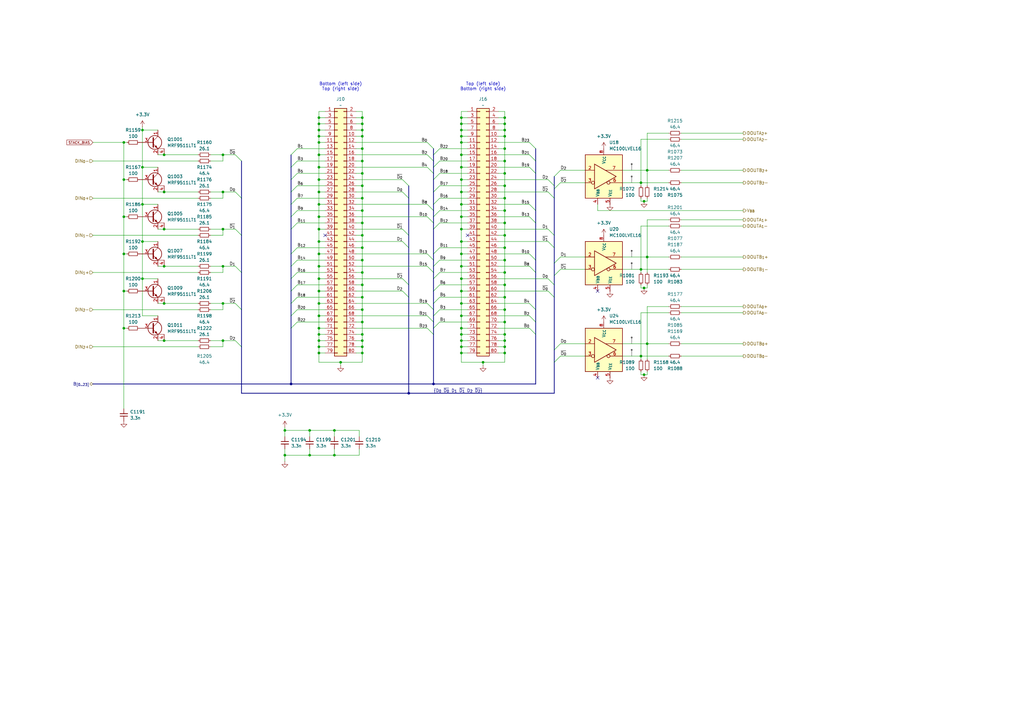
<source format=kicad_sch>
(kicad_sch (version 20231120) (generator "eeschema") (generator_version "8.0")
  (paper "A3")
  (junction (at 91.44 63.5))
  (junction (at 207.01 142.24))
  (junction (at 116.84 176.53))
  (junction (at 148.59 48.26))
  (junction (at 67.31 139.7))
  (junction (at 207.01 137.16))
  (junction (at 130.81 109.22))
  (junction (at 130.81 93.98))
  (junction (at 50.8 119.38))
  (junction (at 207.01 86.36))
  (junction (at 91.44 109.22))
  (junction (at 130.81 55.88))
  (junction (at 50.8 88.9))
  (junction (at 207.01 53.34))
  (junction (at 207.01 91.44))
  (junction (at 130.81 50.8))
  (junction (at 207.01 48.26))
  (junction (at 189.23 48.26))
  (junction (at 130.81 129.54))
  (junction (at 130.81 63.5))
  (junction (at 130.81 48.26))
  (junction (at 91.44 93.98))
  (junction (at 58.42 83.82))
  (junction (at 189.23 99.06))
  (junction (at 130.81 139.7))
  (junction (at 207.01 50.8))
  (junction (at 148.59 111.76))
  (junction (at 137.16 186.69))
  (junction (at 148.59 66.04))
  (junction (at 130.81 134.62))
  (junction (at 130.81 58.42))
  (junction (at 148.59 81.28))
  (junction (at 265.43 140.97))
  (junction (at 130.81 144.78))
  (junction (at 167.64 161.29))
  (junction (at 67.31 109.22))
  (junction (at 148.59 86.36))
  (junction (at 58.42 68.58))
  (junction (at 148.59 50.8))
  (junction (at 67.31 63.5))
  (junction (at 207.01 76.2))
  (junction (at 50.8 134.62))
  (junction (at 207.01 111.76))
  (junction (at 264.16 153.67))
  (junction (at 130.81 104.14))
  (junction (at 207.01 81.28))
  (junction (at 207.01 139.7))
  (junction (at 207.01 96.52))
  (junction (at 265.43 105.41))
  (junction (at 207.01 116.84))
  (junction (at 91.44 139.7))
  (junction (at 130.81 68.58))
  (junction (at 189.23 119.38))
  (junction (at 207.01 127))
  (junction (at 264.16 82.55))
  (junction (at 130.81 73.66))
  (junction (at 189.23 114.3))
  (junction (at 130.81 83.82))
  (junction (at 130.81 137.16))
  (junction (at 148.59 121.92))
  (junction (at 189.23 63.5))
  (junction (at 189.23 139.7))
  (junction (at 58.42 114.3))
  (junction (at 189.23 53.34))
  (junction (at 265.43 69.85))
  (junction (at 148.59 96.52))
  (junction (at 148.59 71.12))
  (junction (at 148.59 91.44))
  (junction (at 264.16 118.11))
  (junction (at 130.81 124.46))
  (junction (at 189.23 109.22))
  (junction (at 207.01 132.08))
  (junction (at 119.38 157.48))
  (junction (at 189.23 134.62))
  (junction (at 50.8 58.42))
  (junction (at 189.23 142.24))
  (junction (at 207.01 71.12))
  (junction (at 130.81 88.9))
  (junction (at 189.23 58.42))
  (junction (at 91.44 124.46))
  (junction (at 137.16 176.53))
  (junction (at 148.59 142.24))
  (junction (at 189.23 124.46))
  (junction (at 148.59 55.88))
  (junction (at 148.59 53.34))
  (junction (at 91.44 78.74))
  (junction (at 189.23 50.8))
  (junction (at 207.01 144.78))
  (junction (at 189.23 104.14))
  (junction (at 148.59 106.68))
  (junction (at 262.89 74.93))
  (junction (at 262.89 146.05))
  (junction (at 130.81 99.06))
  (junction (at 148.59 137.16))
  (junction (at 189.23 93.98))
  (junction (at 148.59 139.7))
  (junction (at 262.89 110.49))
  (junction (at 189.23 83.82))
  (junction (at 148.59 116.84))
  (junction (at 207.01 121.92))
  (junction (at 127 186.69))
  (junction (at 67.31 78.74))
  (junction (at 130.81 119.38))
  (junction (at 67.31 124.46))
  (junction (at 58.42 53.34))
  (junction (at 50.8 73.66))
  (junction (at 207.01 106.68))
  (junction (at 148.59 132.08))
  (junction (at 189.23 55.88))
  (junction (at 189.23 78.74))
  (junction (at 207.01 66.04))
  (junction (at 116.84 186.69))
  (junction (at 58.42 99.06))
  (junction (at 148.59 144.78))
  (junction (at 189.23 129.54))
  (junction (at 148.59 60.96))
  (junction (at 50.8 104.14))
  (junction (at 67.31 93.98))
  (junction (at 148.59 101.6))
  (junction (at 207.01 60.96))
  (junction (at 198.12 148.59))
  (junction (at 177.8 157.48))
  (junction (at 189.23 137.16))
  (junction (at 130.81 142.24))
  (junction (at 148.59 127))
  (junction (at 189.23 73.66))
  (junction (at 207.01 101.6))
  (junction (at 130.81 114.3))
  (junction (at 189.23 68.58))
  (junction (at 139.7 148.59))
  (junction (at 189.23 88.9))
  (junction (at 127 176.53))
  (junction (at 130.81 53.34))
  (junction (at 148.59 76.2))
  (junction (at 207.01 55.88))
  (junction (at 130.81 78.74))
  (junction (at 189.23 144.78))
  (no_connect (at 245.11 119.38))
  (no_connect (at 133.35 96.52))
  (no_connect (at 245.11 154.94))
  (no_connect (at 191.77 96.52))
  (bus_entry (at 119.38 78.74) (size 2.54 -2.54))
  (bus_entry (at 165.1 93.98) (size 2.54 2.54))
  (bus_entry (at 227.33 101.6) (size -2.54 -2.54))
  (bus_entry (at 177.8 119.38) (size 2.54 -2.54))
  (bus_entry (at 175.26 109.22) (size 2.54 2.54))
  (bus_entry (at 227.33 72.39) (size 2.54 -2.54))
  (bus_entry (at 217.17 58.42) (size 2.54 2.54))
  (bus_entry (at 175.26 134.62) (size 2.54 2.54))
  (bus_entry (at 177.8 73.66) (size 2.54 -2.54))
  (bus_entry (at 217.17 83.82) (size 2.54 2.54))
  (bus_entry (at 119.38 119.38) (size 2.54 -2.54))
  (bus_entry (at 217.17 88.9) (size 2.54 2.54))
  (bus_entry (at 165.1 114.3) (size 2.54 2.54))
  (bus_entry (at 217.17 134.62) (size 2.54 2.54))
  (bus_entry (at 175.26 68.58) (size 2.54 2.54))
  (bus_entry (at 217.17 104.14) (size 2.54 2.54))
  (bus_entry (at 96.52 93.98) (size 2.54 2.54))
  (bus_entry (at 119.38 109.22) (size 2.54 -2.54))
  (bus_entry (at 227.33 148.59) (size 2.54 -2.54))
  (bus_entry (at 119.38 114.3) (size 2.54 -2.54))
  (bus_entry (at 175.26 129.54) (size 2.54 2.54))
  (bus_entry (at 175.26 63.5) (size 2.54 2.54))
  (bus_entry (at 175.26 124.46) (size 2.54 2.54))
  (bus_entry (at 175.26 88.9) (size 2.54 2.54))
  (bus_entry (at 96.52 139.7) (size 2.54 2.54))
  (bus_entry (at 227.33 77.47) (size 2.54 -2.54))
  (bus_entry (at 165.1 99.06) (size 2.54 2.54))
  (bus_entry (at 227.33 81.28) (size -2.54 -2.54))
  (bus_entry (at 177.8 124.46) (size 2.54 -2.54))
  (bus_entry (at 119.38 124.46) (size 2.54 -2.54))
  (bus_entry (at 96.52 63.5) (size 2.54 2.54))
  (bus_entry (at 165.1 73.66) (size 2.54 2.54))
  (bus_entry (at 177.8 114.3) (size 2.54 -2.54))
  (bus_entry (at 165.1 78.74) (size 2.54 2.54))
  (bus_entry (at 119.38 68.58) (size 2.54 -2.54))
  (bus_entry (at 119.38 83.82) (size 2.54 -2.54))
  (bus_entry (at 227.33 143.51) (size 2.54 -2.54))
  (bus_entry (at 177.8 78.74) (size 2.54 -2.54))
  (bus_entry (at 119.38 93.98) (size 2.54 -2.54))
  (bus_entry (at 217.17 68.58) (size 2.54 2.54))
  (bus_entry (at 175.26 83.82) (size 2.54 2.54))
  (bus_entry (at 119.38 104.14) (size 2.54 -2.54))
  (bus_entry (at 175.26 104.14) (size 2.54 2.54))
  (bus_entry (at 227.33 121.92) (size -2.54 -2.54))
  (bus_entry (at 227.33 76.2) (size -2.54 -2.54))
  (bus_entry (at 217.17 124.46) (size 2.54 2.54))
  (bus_entry (at 177.8 63.5) (size 2.54 -2.54))
  (bus_entry (at 177.8 104.14) (size 2.54 -2.54))
  (bus_entry (at 177.8 88.9) (size 2.54 -2.54))
  (bus_entry (at 177.8 129.54) (size 2.54 -2.54))
  (bus_entry (at 119.38 134.62) (size 2.54 -2.54))
  (bus_entry (at 177.8 109.22) (size 2.54 -2.54))
  (bus_entry (at 119.38 63.5) (size 2.54 -2.54))
  (bus_entry (at 177.8 93.98) (size 2.54 -2.54))
  (bus_entry (at 217.17 129.54) (size 2.54 2.54))
  (bus_entry (at 175.26 58.42) (size 2.54 2.54))
  (bus_entry (at 96.52 78.74) (size 2.54 2.54))
  (bus_entry (at 217.17 109.22) (size 2.54 2.54))
  (bus_entry (at 177.8 134.62) (size 2.54 -2.54))
  (bus_entry (at 96.52 124.46) (size 2.54 2.54))
  (bus_entry (at 177.8 83.82) (size 2.54 -2.54))
  (bus_entry (at 119.38 129.54) (size 2.54 -2.54))
  (bus_entry (at 227.33 116.84) (size -2.54 -2.54))
  (bus_entry (at 119.38 88.9) (size 2.54 -2.54))
  (bus_entry (at 227.33 113.03) (size 2.54 -2.54))
  (bus_entry (at 165.1 119.38) (size 2.54 2.54))
  (bus_entry (at 119.38 73.66) (size 2.54 -2.54))
  (bus_entry (at 96.52 109.22) (size 2.54 2.54))
  (bus_entry (at 227.33 96.52) (size -2.54 -2.54))
  (bus_entry (at 217.17 63.5) (size 2.54 2.54))
  (bus_entry (at 177.8 68.58) (size 2.54 -2.54))
  (bus_entry (at 227.33 107.95) (size 2.54 -2.54))
  (wire (pts (xy 50.8 134.62) (xy 50.8 167.64)))
  (wire (pts (xy 130.81 78.74) (xy 130.81 83.82)))
  (wire (pts (xy 204.47 73.66) (xy 224.79 73.66)))
  (wire (pts (xy 148.59 101.6) (xy 146.05 101.6)))
  (wire (pts (xy 91.44 78.74) (xy 96.52 78.74)))
  (wire (pts (xy 229.87 74.93) (xy 240.03 74.93)))
  (wire (pts (xy 189.23 48.26) (xy 191.77 48.26)))
  (wire (pts (xy 64.77 139.7) (xy 67.31 139.7)))
  (wire (pts (xy 130.81 63.5) (xy 130.81 68.58)))
  (wire (pts (xy 274.32 140.97) (xy 265.43 140.97)))
  (wire (pts (xy 189.23 142.24) (xy 191.77 142.24)))
  (wire (pts (xy 148.59 127) (xy 148.59 132.08)))
  (bus (pts (xy 177.8 109.22) (xy 177.8 111.76)))
  (wire (pts (xy 38.1 81.28) (xy 81.28 81.28)))
  (wire (pts (xy 148.59 48.26) (xy 148.59 45.72)))
  (wire (pts (xy 279.4 125.73) (xy 304.8 125.73)))
  (wire (pts (xy 189.23 68.58) (xy 191.77 68.58)))
  (bus (pts (xy 227.33 148.59) (xy 227.33 161.29)))
  (wire (pts (xy 81.28 109.22) (xy 67.31 109.22)))
  (wire (pts (xy 130.81 73.66) (xy 133.35 73.66)))
  (wire (pts (xy 86.36 81.28) (xy 91.44 81.28)))
  (wire (pts (xy 127 176.53) (xy 116.84 176.53)))
  (wire (pts (xy 262.89 118.11) (xy 264.16 118.11)))
  (wire (pts (xy 207.01 142.24) (xy 207.01 139.7)))
  (bus (pts (xy 119.38 104.14) (xy 119.38 109.22)))
  (wire (pts (xy 130.81 104.14) (xy 130.81 109.22)))
  (wire (pts (xy 146.05 99.06) (xy 165.1 99.06)))
  (wire (pts (xy 189.23 83.82) (xy 189.23 88.9)))
  (wire (pts (xy 116.84 176.53) (xy 116.84 179.07)))
  (wire (pts (xy 148.59 111.76) (xy 146.05 111.76)))
  (wire (pts (xy 204.47 144.78) (xy 207.01 144.78)))
  (wire (pts (xy 50.8 58.42) (xy 50.8 73.66)))
  (wire (pts (xy 207.01 96.52) (xy 207.01 101.6)))
  (wire (pts (xy 58.42 53.34) (xy 58.42 68.58)))
  (wire (pts (xy 91.44 109.22) (xy 96.52 109.22)))
  (wire (pts (xy 148.59 76.2) (xy 148.59 81.28)))
  (wire (pts (xy 121.92 127) (xy 133.35 127)))
  (wire (pts (xy 189.23 93.98) (xy 191.77 93.98)))
  (bus (pts (xy 167.64 101.6) (xy 167.64 116.84)))
  (wire (pts (xy 204.47 50.8) (xy 207.01 50.8)))
  (wire (pts (xy 146.05 73.66) (xy 165.1 73.66)))
  (bus (pts (xy 219.71 91.44) (xy 219.71 106.68)))
  (wire (pts (xy 121.92 66.04) (xy 133.35 66.04)))
  (wire (pts (xy 279.4 128.27) (xy 304.8 128.27)))
  (wire (pts (xy 50.8 73.66) (xy 52.07 73.66)))
  (wire (pts (xy 207.01 101.6) (xy 207.01 106.68)))
  (wire (pts (xy 130.81 55.88) (xy 133.35 55.88)))
  (wire (pts (xy 217.17 88.9) (xy 204.47 88.9)))
  (wire (pts (xy 217.17 109.22) (xy 204.47 109.22)))
  (bus (pts (xy 177.8 132.08) (xy 177.8 134.62)))
  (wire (pts (xy 86.36 78.74) (xy 91.44 78.74)))
  (wire (pts (xy 189.23 124.46) (xy 191.77 124.46)))
  (wire (pts (xy 137.16 186.69) (xy 127 186.69)))
  (wire (pts (xy 180.34 86.36) (xy 191.77 86.36)))
  (wire (pts (xy 189.23 45.72) (xy 189.23 48.26)))
  (wire (pts (xy 189.23 58.42) (xy 189.23 63.5)))
  (wire (pts (xy 38.1 111.76) (xy 81.28 111.76)))
  (wire (pts (xy 180.34 111.76) (xy 191.77 111.76)))
  (wire (pts (xy 274.32 92.71) (xy 262.89 92.71)))
  (wire (pts (xy 130.81 58.42) (xy 130.81 63.5)))
  (wire (pts (xy 148.59 91.44) (xy 148.59 96.52)))
  (wire (pts (xy 121.92 60.96) (xy 133.35 60.96)))
  (wire (pts (xy 146.05 45.72) (xy 148.59 45.72)))
  (wire (pts (xy 86.36 142.24) (xy 91.44 142.24)))
  (wire (pts (xy 255.27 110.49) (xy 262.89 110.49)))
  (wire (pts (xy 204.47 66.04) (xy 207.01 66.04)))
  (wire (pts (xy 217.17 63.5) (xy 204.47 63.5)))
  (bus (pts (xy 177.8 78.74) (xy 177.8 83.82)))
  (wire (pts (xy 148.59 116.84) (xy 146.05 116.84)))
  (wire (pts (xy 204.47 55.88) (xy 207.01 55.88)))
  (wire (pts (xy 116.84 186.69) (xy 116.84 189.23)))
  (bus (pts (xy 119.38 124.46) (xy 119.38 129.54)))
  (wire (pts (xy 121.92 86.36) (xy 133.35 86.36)))
  (bus (pts (xy 227.33 96.52) (xy 227.33 101.6)))
  (wire (pts (xy 189.23 148.59) (xy 198.12 148.59)))
  (wire (pts (xy 262.89 74.93) (xy 255.27 74.93)))
  (wire (pts (xy 91.44 142.24) (xy 91.44 139.7)))
  (wire (pts (xy 64.77 63.5) (xy 67.31 63.5)))
  (wire (pts (xy 130.81 50.8) (xy 130.81 48.26)))
  (wire (pts (xy 130.81 50.8) (xy 133.35 50.8)))
  (wire (pts (xy 130.81 119.38) (xy 130.81 124.46)))
  (wire (pts (xy 262.89 110.49) (xy 274.32 110.49)))
  (bus (pts (xy 219.71 86.36) (xy 219.71 91.44)))
  (wire (pts (xy 81.28 63.5) (xy 67.31 63.5)))
  (wire (pts (xy 148.59 60.96) (xy 146.05 60.96)))
  (wire (pts (xy 175.26 129.54) (xy 146.05 129.54)))
  (wire (pts (xy 130.81 124.46) (xy 130.81 129.54)))
  (wire (pts (xy 121.92 121.92) (xy 133.35 121.92)))
  (wire (pts (xy 130.81 134.62) (xy 130.81 137.16)))
  (bus (pts (xy 99.06 142.24) (xy 99.06 161.29)))
  (wire (pts (xy 207.01 86.36) (xy 207.01 91.44)))
  (wire (pts (xy 279.4 69.85) (xy 304.8 69.85)))
  (wire (pts (xy 148.59 132.08) (xy 146.05 132.08)))
  (wire (pts (xy 180.34 76.2) (xy 191.77 76.2)))
  (bus (pts (xy 219.71 60.96) (xy 219.71 66.04)))
  (wire (pts (xy 121.92 71.12) (xy 133.35 71.12)))
  (wire (pts (xy 262.89 82.55) (xy 264.16 82.55)))
  (bus (pts (xy 119.38 157.48) (xy 177.8 157.48)))
  (wire (pts (xy 148.59 111.76) (xy 148.59 116.84)))
  (wire (pts (xy 245.11 86.36) (xy 304.8 86.36)))
  (bus (pts (xy 119.38 134.62) (xy 119.38 157.48)))
  (wire (pts (xy 262.89 81.28) (xy 262.89 82.55)))
  (wire (pts (xy 189.23 124.46) (xy 189.23 129.54)))
  (bus (pts (xy 119.38 129.54) (xy 119.38 134.62)))
  (wire (pts (xy 38.1 96.52) (xy 81.28 96.52)))
  (wire (pts (xy 58.42 68.58) (xy 58.42 83.82)))
  (wire (pts (xy 189.23 78.74) (xy 191.77 78.74)))
  (bus (pts (xy 219.71 111.76) (xy 219.71 127)))
  (wire (pts (xy 204.47 53.34) (xy 207.01 53.34)))
  (wire (pts (xy 116.84 184.15) (xy 116.84 186.69)))
  (wire (pts (xy 265.43 54.61) (xy 265.43 69.85)))
  (wire (pts (xy 130.81 78.74) (xy 133.35 78.74)))
  (wire (pts (xy 207.01 144.78) (xy 207.01 142.24)))
  (wire (pts (xy 64.77 53.34) (xy 58.42 53.34)))
  (wire (pts (xy 189.23 63.5) (xy 189.23 68.58)))
  (wire (pts (xy 180.34 121.92) (xy 191.77 121.92)))
  (wire (pts (xy 265.43 90.17) (xy 265.43 105.41)))
  (wire (pts (xy 204.47 86.36) (xy 207.01 86.36)))
  (wire (pts (xy 189.23 48.26) (xy 189.23 50.8)))
  (wire (pts (xy 148.59 142.24) (xy 146.05 142.24)))
  (wire (pts (xy 175.26 63.5) (xy 146.05 63.5)))
  (wire (pts (xy 148.59 137.16) (xy 146.05 137.16)))
  (wire (pts (xy 148.59 144.78) (xy 148.59 148.59)))
  (wire (pts (xy 265.43 69.85) (xy 265.43 76.2)))
  (wire (pts (xy 116.84 175.26) (xy 116.84 176.53)))
  (wire (pts (xy 50.8 119.38) (xy 52.07 119.38)))
  (wire (pts (xy 175.26 109.22) (xy 146.05 109.22)))
  (wire (pts (xy 130.81 53.34) (xy 133.35 53.34)))
  (wire (pts (xy 147.32 176.53) (xy 147.32 179.07)))
  (wire (pts (xy 175.26 124.46) (xy 146.05 124.46)))
  (wire (pts (xy 229.87 105.41) (xy 240.03 105.41)))
  (wire (pts (xy 175.26 83.82) (xy 146.05 83.82)))
  (wire (pts (xy 130.81 144.78) (xy 130.81 142.24)))
  (bus (pts (xy 219.71 106.68) (xy 219.71 111.76)))
  (wire (pts (xy 139.7 148.59) (xy 130.81 148.59)))
  (bus (pts (xy 119.38 73.66) (xy 119.38 78.74)))
  (wire (pts (xy 207.01 148.59) (xy 207.01 144.78)))
  (wire (pts (xy 127 186.69) (xy 116.84 186.69)))
  (wire (pts (xy 279.4 105.41) (xy 304.8 105.41)))
  (bus (pts (xy 177.8 134.62) (xy 177.8 137.16)))
  (bus (pts (xy 177.8 114.3) (xy 177.8 119.38)))
  (wire (pts (xy 130.81 129.54) (xy 133.35 129.54)))
  (wire (pts (xy 265.43 125.73) (xy 274.32 125.73)))
  (wire (pts (xy 64.77 78.74) (xy 67.31 78.74)))
  (wire (pts (xy 198.12 148.59) (xy 207.01 148.59)))
  (wire (pts (xy 204.47 119.38) (xy 224.79 119.38)))
  (bus (pts (xy 177.8 119.38) (xy 177.8 124.46)))
  (wire (pts (xy 148.59 139.7) (xy 148.59 142.24)))
  (bus (pts (xy 219.71 127) (xy 219.71 132.08)))
  (wire (pts (xy 130.81 109.22) (xy 133.35 109.22)))
  (wire (pts (xy 148.59 137.16) (xy 148.59 139.7)))
  (wire (pts (xy 148.59 106.68) (xy 148.59 111.76)))
  (bus (pts (xy 167.64 81.28) (xy 167.64 96.52)))
  (wire (pts (xy 130.81 142.24) (xy 133.35 142.24)))
  (wire (pts (xy 130.81 63.5) (xy 133.35 63.5)))
  (wire (pts (xy 148.59 71.12) (xy 146.05 71.12)))
  (wire (pts (xy 189.23 58.42) (xy 191.77 58.42)))
  (wire (pts (xy 121.92 76.2) (xy 133.35 76.2)))
  (wire (pts (xy 130.81 83.82) (xy 130.81 88.9)))
  (wire (pts (xy 50.8 88.9) (xy 52.07 88.9)))
  (wire (pts (xy 130.81 109.22) (xy 130.81 114.3)))
  (wire (pts (xy 189.23 104.14) (xy 189.23 109.22)))
  (wire (pts (xy 217.17 104.14) (xy 204.47 104.14)))
  (wire (pts (xy 64.77 99.06) (xy 58.42 99.06)))
  (wire (pts (xy 139.7 148.59) (xy 139.7 149.86)))
  (wire (pts (xy 81.28 78.74) (xy 67.31 78.74)))
  (bus (pts (xy 119.38 83.82) (xy 119.38 88.9)))
  (wire (pts (xy 91.44 124.46) (xy 96.52 124.46)))
  (wire (pts (xy 198.12 148.59) (xy 198.12 149.86)))
  (wire (pts (xy 207.01 106.68) (xy 207.01 111.76)))
  (wire (pts (xy 50.8 73.66) (xy 50.8 88.9)))
  (wire (pts (xy 91.44 111.76) (xy 91.44 109.22)))
  (wire (pts (xy 133.35 58.42) (xy 130.81 58.42)))
  (wire (pts (xy 146.05 144.78) (xy 148.59 144.78)))
  (wire (pts (xy 130.81 45.72) (xy 133.35 45.72)))
  (bus (pts (xy 227.33 161.29) (xy 167.64 161.29)))
  (wire (pts (xy 58.42 99.06) (xy 58.42 83.82)))
  (wire (pts (xy 279.4 146.05) (xy 304.8 146.05)))
  (wire (pts (xy 229.87 146.05) (xy 240.03 146.05)))
  (wire (pts (xy 64.77 93.98) (xy 67.31 93.98)))
  (wire (pts (xy 189.23 139.7) (xy 191.77 139.7)))
  (wire (pts (xy 189.23 119.38) (xy 191.77 119.38)))
  (wire (pts (xy 189.23 142.24) (xy 189.23 139.7)))
  (wire (pts (xy 58.42 68.58) (xy 64.77 68.58)))
  (wire (pts (xy 217.17 124.46) (xy 204.47 124.46)))
  (wire (pts (xy 189.23 137.16) (xy 191.77 137.16)))
  (wire (pts (xy 189.23 99.06) (xy 189.23 104.14)))
  (wire (pts (xy 180.34 91.44) (xy 191.77 91.44)))
  (bus (pts (xy 167.64 116.84) (xy 167.64 121.92)))
  (wire (pts (xy 207.01 91.44) (xy 207.01 96.52)))
  (wire (pts (xy 91.44 66.04) (xy 91.44 63.5)))
  (bus (pts (xy 167.64 76.2) (xy 167.64 81.28)))
  (wire (pts (xy 86.36 111.76) (xy 91.44 111.76)))
  (wire (pts (xy 121.92 116.84) (xy 133.35 116.84)))
  (wire (pts (xy 204.47 139.7) (xy 207.01 139.7)))
  (wire (pts (xy 86.36 124.46) (xy 91.44 124.46)))
  (wire (pts (xy 262.89 74.93) (xy 262.89 57.15)))
  (bus (pts (xy 119.38 119.38) (xy 119.38 124.46)))
  (bus (pts (xy 219.71 132.08) (xy 219.71 137.16)))
  (wire (pts (xy 262.89 146.05) (xy 262.89 147.32)))
  (wire (pts (xy 217.17 129.54) (xy 204.47 129.54)))
  (wire (pts (xy 81.28 139.7) (xy 67.31 139.7)))
  (wire (pts (xy 38.1 142.24) (xy 81.28 142.24)))
  (wire (pts (xy 175.26 68.58) (xy 146.05 68.58)))
  (bus (pts (xy 227.33 81.28) (xy 227.33 96.52)))
  (wire (pts (xy 279.4 57.15) (xy 304.8 57.15)))
  (wire (pts (xy 121.92 91.44) (xy 133.35 91.44)))
  (wire (pts (xy 175.26 134.62) (xy 146.05 134.62)))
  (wire (pts (xy 130.81 142.24) (xy 130.81 139.7)))
  (wire (pts (xy 133.35 144.78) (xy 130.81 144.78)))
  (wire (pts (xy 64.77 129.54) (xy 58.42 129.54)))
  (wire (pts (xy 130.81 88.9) (xy 130.81 93.98)))
  (wire (pts (xy 189.23 88.9) (xy 189.23 93.98)))
  (wire (pts (xy 130.81 48.26) (xy 133.35 48.26)))
  (bus (pts (xy 38.1 157.48) (xy 119.38 157.48)))
  (wire (pts (xy 279.4 92.71) (xy 304.8 92.71)))
  (wire (pts (xy 279.4 90.17) (xy 304.8 90.17)))
  (wire (pts (xy 264.16 118.11) (xy 265.43 118.11)))
  (wire (pts (xy 130.81 104.14) (xy 133.35 104.14)))
  (wire (pts (xy 146.05 48.26) (xy 148.59 48.26)))
  (wire (pts (xy 189.23 114.3) (xy 191.77 114.3)))
  (wire (pts (xy 130.81 58.42) (xy 130.81 55.88)))
  (bus (pts (xy 177.8 93.98) (xy 177.8 104.14)))
  (wire (pts (xy 86.36 63.5) (xy 91.44 63.5)))
  (bus (pts (xy 99.06 111.76) (xy 99.06 127)))
  (wire (pts (xy 207.01 137.16) (xy 204.47 137.16)))
  (wire (pts (xy 180.34 81.28) (xy 191.77 81.28)))
  (wire (pts (xy 137.16 176.53) (xy 137.16 179.07)))
  (wire (pts (xy 86.36 139.7) (xy 91.44 139.7)))
  (wire (pts (xy 91.44 139.7) (xy 96.52 139.7)))
  (wire (pts (xy 50.8 88.9) (xy 50.8 104.14)))
  (wire (pts (xy 191.77 45.72) (xy 189.23 45.72)))
  (wire (pts (xy 279.4 54.61) (xy 304.8 54.61)))
  (bus (pts (xy 177.8 104.14) (xy 177.8 106.68)))
  (wire (pts (xy 130.81 114.3) (xy 130.81 119.38)))
  (wire (pts (xy 217.17 134.62) (xy 204.47 134.62)))
  (bus (pts (xy 219.71 137.16) (xy 219.71 157.48)))
  (bus (pts (xy 227.33 121.92) (xy 227.33 143.51)))
  (wire (pts (xy 58.42 83.82) (xy 64.77 83.82)))
  (wire (pts (xy 148.59 106.68) (xy 146.05 106.68)))
  (bus (pts (xy 177.8 111.76) (xy 177.8 114.3)))
  (wire (pts (xy 189.23 50.8) (xy 191.77 50.8)))
  (wire (pts (xy 262.89 92.71) (xy 262.89 110.49)))
  (wire (pts (xy 91.44 81.28) (xy 91.44 78.74)))
  (wire (pts (xy 207.01 60.96) (xy 207.01 66.04)))
  (wire (pts (xy 207.01 132.08) (xy 207.01 137.16)))
  (wire (pts (xy 91.44 93.98) (xy 96.52 93.98)))
  (bus (pts (xy 99.06 66.04) (xy 99.06 81.28)))
  (wire (pts (xy 207.01 55.88) (xy 207.01 60.96)))
  (wire (pts (xy 146.05 55.88) (xy 148.59 55.88)))
  (wire (pts (xy 148.59 55.88) (xy 148.59 53.34)))
  (wire (pts (xy 207.01 111.76) (xy 207.01 116.84)))
  (bus (pts (xy 177.8 73.66) (xy 177.8 78.74)))
  (wire (pts (xy 175.26 58.42) (xy 146.05 58.42)))
  (wire (pts (xy 204.47 81.28) (xy 207.01 81.28)))
  (wire (pts (xy 130.81 93.98) (xy 130.81 99.06)))
  (wire (pts (xy 121.92 106.68) (xy 133.35 106.68)))
  (wire (pts (xy 265.43 69.85) (xy 274.32 69.85)))
  (wire (pts (xy 146.05 78.74) (xy 165.1 78.74)))
  (wire (pts (xy 180.34 132.08) (xy 191.77 132.08)))
  (wire (pts (xy 91.44 127) (xy 91.44 124.46)))
  (wire (pts (xy 58.42 114.3) (xy 58.42 99.06)))
  (wire (pts (xy 207.01 55.88) (xy 207.01 53.34)))
  (wire (pts (xy 58.42 52.07) (xy 58.42 53.34)))
  (wire (pts (xy 130.81 48.26) (xy 130.81 45.72)))
  (wire (pts (xy 180.34 101.6) (xy 191.77 101.6)))
  (wire (pts (xy 91.44 96.52) (xy 91.44 93.98)))
  (wire (pts (xy 262.89 152.4) (xy 262.89 153.67)))
  (wire (pts (xy 229.87 140.97) (xy 240.03 140.97)))
  (wire (pts (xy 148.59 101.6) (xy 148.59 106.68)))
  (wire (pts (xy 265.43 118.11) (xy 265.43 116.84)))
  (wire (pts (xy 189.23 73.66) (xy 189.23 78.74)))
  (wire (pts (xy 189.23 144.78) (xy 189.23 148.59)))
  (bus (pts (xy 167.64 121.92) (xy 167.64 161.29)))
  (wire (pts (xy 180.34 66.04) (xy 191.77 66.04)))
  (bus (pts (xy 119.38 109.22) (xy 119.38 114.3)))
  (wire (pts (xy 180.34 60.96) (xy 191.77 60.96)))
  (wire (pts (xy 148.59 86.36) (xy 148.59 91.44)))
  (wire (pts (xy 130.81 88.9) (xy 133.35 88.9)))
  (bus (pts (xy 99.06 96.52) (xy 99.06 111.76)))
  (wire (pts (xy 262.89 110.49) (xy 262.89 111.76)))
  (wire (pts (xy 130.81 53.34) (xy 130.81 50.8)))
  (wire (pts (xy 137.16 184.15) (xy 137.16 186.69)))
  (wire (pts (xy 189.23 129.54) (xy 189.23 134.62)))
  (wire (pts (xy 86.36 93.98) (xy 91.44 93.98)))
  (bus (pts (xy 177.8 68.58) (xy 177.8 71.12)))
  (wire (pts (xy 204.47 142.24) (xy 207.01 142.24)))
  (wire (pts (xy 130.81 148.59) (xy 130.81 144.78)))
  (wire (pts (xy 147.32 176.53) (xy 137.16 176.53)))
  (wire (pts (xy 204.47 48.26) (xy 207.01 48.26)))
  (wire (pts (xy 255.27 140.97) (xy 265.43 140.97)))
  (bus (pts (xy 119.38 93.98) (xy 119.38 104.14)))
  (wire (pts (xy 262.89 146.05) (xy 274.32 146.05)))
  (wire (pts (xy 64.77 124.46) (xy 67.31 124.46)))
  (wire (pts (xy 130.81 55.88) (xy 130.81 53.34)))
  (bus (pts (xy 177.8 106.68) (xy 177.8 109.22)))
  (wire (pts (xy 180.34 116.84) (xy 191.77 116.84)))
  (bus (pts (xy 177.8 88.9) (xy 177.8 91.44)))
  (wire (pts (xy 262.89 153.67) (xy 264.16 153.67)))
  (wire (pts (xy 189.23 109.22) (xy 191.77 109.22)))
  (wire (pts (xy 265.43 105.41) (xy 274.32 105.41)))
  (wire (pts (xy 189.23 73.66) (xy 191.77 73.66)))
  (bus (pts (xy 177.8 124.46) (xy 177.8 127)))
  (wire (pts (xy 130.81 99.06) (xy 133.35 99.06)))
  (bus (pts (xy 177.8 157.48) (xy 219.71 157.48)))
  (wire (pts (xy 86.36 109.22) (xy 91.44 109.22)))
  (wire (pts (xy 130.81 139.7) (xy 130.81 137.16)))
  (wire (pts (xy 189.23 63.5) (xy 191.77 63.5)))
  (bus (pts (xy 177.8 137.16) (xy 177.8 157.48)))
  (bus (pts (xy 219.71 71.12) (xy 219.71 86.36)))
  (wire (pts (xy 189.23 109.22) (xy 189.23 114.3)))
  (wire (pts (xy 148.59 53.34) (xy 148.59 50.8)))
  (wire (pts (xy 148.59 121.92) (xy 146.05 121.92)))
  (bus (pts (xy 119.38 114.3) (xy 119.38 119.38)))
  (wire (pts (xy 148.59 66.04) (xy 146.05 66.04)))
  (bus (pts (xy 219.71 66.04) (xy 219.71 71.12)))
  (wire (pts (xy 204.47 76.2) (xy 207.01 76.2)))
  (wire (pts (xy 255.27 69.85) (xy 265.43 69.85)))
  (wire (pts (xy 148.59 81.28) (xy 148.59 86.36)))
  (wire (pts (xy 148.59 60.96) (xy 148.59 66.04)))
  (wire (pts (xy 121.92 132.08) (xy 133.35 132.08)))
  (wire (pts (xy 279.4 110.49) (xy 304.8 110.49)))
  (wire (pts (xy 130.81 134.62) (xy 133.35 134.62)))
  (wire (pts (xy 207.01 139.7) (xy 207.01 137.16)))
  (bus (pts (xy 177.8 60.96) (xy 177.8 63.5)))
  (wire (pts (xy 262.89 74.93) (xy 262.89 76.2)))
  (wire (pts (xy 204.47 101.6) (xy 207.01 101.6)))
  (wire (pts (xy 38.1 66.04) (xy 81.28 66.04)))
  (wire (pts (xy 207.01 66.04) (xy 207.01 71.12)))
  (wire (pts (xy 148.59 81.28) (xy 146.05 81.28)))
  (bus (pts (xy 119.38 63.5) (xy 119.38 68.58)))
  (wire (pts (xy 50.8 104.14) (xy 50.8 119.38)))
  (bus (pts (xy 177.8 91.44) (xy 177.8 93.98)))
  (wire (pts (xy 130.81 83.82) (xy 133.35 83.82)))
  (wire (pts (xy 229.87 69.85) (xy 240.03 69.85)))
  (wire (pts (xy 64.77 114.3) (xy 58.42 114.3)))
  (bus (pts (xy 177.8 63.5) (xy 177.8 66.04)))
  (wire (pts (xy 148.59 50.8) (xy 148.59 48.26)))
  (wire (pts (xy 175.26 104.14) (xy 146.05 104.14)))
  (wire (pts (xy 127 176.53) (xy 127 179.07)))
  (wire (pts (xy 265.43 90.17) (xy 274.32 90.17)))
  (wire (pts (xy 189.23 134.62) (xy 191.77 134.62)))
  (wire (pts (xy 189.23 114.3) (xy 189.23 119.38)))
  (wire (pts (xy 130.81 99.06) (xy 130.81 104.14)))
  (wire (pts (xy 204.47 132.08) (xy 207.01 132.08)))
  (wire (pts (xy 146.05 53.34) (xy 148.59 53.34)))
  (wire (pts (xy 148.59 71.12) (xy 148.59 76.2)))
  (wire (pts (xy 130.81 68.58) (xy 130.81 73.66)))
  (wire (pts (xy 130.81 73.66) (xy 130.81 78.74)))
  (wire (pts (xy 207.01 76.2) (xy 207.01 81.28)))
  (wire (pts (xy 146.05 93.98) (xy 165.1 93.98)))
  (wire (pts (xy 265.43 140.97) (xy 265.43 125.73)))
  (wire (pts (xy 189.23 55.88) (xy 191.77 55.88)))
  (bus (pts (xy 227.33 113.03) (xy 227.33 116.84)))
  (wire (pts (xy 217.17 68.58) (xy 204.47 68.58)))
  (wire (pts (xy 262.89 128.27) (xy 262.89 146.05)))
  (wire (pts (xy 121.92 81.28) (xy 133.35 81.28)))
  (wire (pts (xy 86.36 96.52) (xy 91.44 96.52)))
  (bus (pts (xy 167.64 96.52) (xy 167.64 101.6)))
  (wire (pts (xy 58.42 129.54) (xy 58.42 114.3)))
  (wire (pts (xy 148.59 132.08) (xy 148.59 137.16)))
  (wire (pts (xy 148.59 144.78) (xy 148.59 142.24)))
  (wire (pts (xy 189.23 119.38) (xy 189.23 124.46)))
  (wire (pts (xy 189.23 68.58) (xy 189.23 73.66)))
  (wire (pts (xy 121.92 111.76) (xy 133.35 111.76)))
  (wire (pts (xy 86.36 127) (xy 91.44 127)))
  (bus (pts (xy 99.06 81.28) (xy 99.06 96.52)))
  (wire (pts (xy 130.81 114.3) (xy 133.35 114.3)))
  (wire (pts (xy 175.26 88.9) (xy 146.05 88.9)))
  (wire (pts (xy 146.05 139.7) (xy 148.59 139.7)))
  (bus (pts (xy 119.38 88.9) (xy 119.38 93.98)))
  (wire (pts (xy 38.1 58.42) (xy 50.8 58.42)))
  (wire (pts (xy 189.23 53.34) (xy 191.77 53.34)))
  (wire (pts (xy 189.23 50.8) (xy 189.23 53.34)))
  (bus (pts (xy 177.8 66.04) (xy 177.8 68.58)))
  (wire (pts (xy 127 184.15) (xy 127 186.69)))
  (bus (pts (xy 177.8 129.54) (xy 177.8 132.08)))
  (wire (pts (xy 274.32 128.27) (xy 262.89 128.27)))
  (wire (pts (xy 148.59 76.2) (xy 146.05 76.2)))
  (wire (pts (xy 207.01 116.84) (xy 207.01 121.92)))
  (wire (pts (xy 217.17 58.42) (xy 204.47 58.42)))
  (wire (pts (xy 130.81 119.38) (xy 133.35 119.38)))
  (bus (pts (xy 177.8 127) (xy 177.8 129.54)))
  (wire (pts (xy 148.59 116.84) (xy 148.59 121.92)))
  (wire (pts (xy 207.01 53.34) (xy 207.01 50.8)))
  (wire (pts (xy 148.59 121.92) (xy 148.59 127)))
  (wire (pts (xy 148.59 148.59) (xy 139.7 148.59)))
  (wire (pts (xy 207.01 81.28) (xy 207.01 86.36)))
  (wire (pts (xy 265.43 82.55) (xy 265.43 81.28)))
  (wire (pts (xy 64.77 109.22) (xy 67.31 109.22)))
  (bus (pts (xy 227.33 77.47) (xy 227.33 81.28)))
  (wire (pts (xy 121.92 101.6) (xy 133.35 101.6)))
  (wire (pts (xy 265.43 105.41) (xy 265.43 111.76)))
  (wire (pts (xy 91.44 63.5) (xy 96.52 63.5)))
  (wire (pts (xy 130.81 124.46) (xy 133.35 124.46)))
  (wire (pts (xy 262.89 116.84) (xy 262.89 118.11)))
  (wire (pts (xy 204.47 121.92) (xy 207.01 121.92)))
  (wire (pts (xy 204.47 111.76) (xy 207.01 111.76)))
  (wire (pts (xy 245.11 83.82) (xy 245.11 86.36)))
  (wire (pts (xy 217.17 83.82) (xy 204.47 83.82)))
  (wire (pts (xy 204.47 106.68) (xy 207.01 106.68)))
  (wire (pts (xy 81.28 124.46) (xy 67.31 124.46)))
  (wire (pts (xy 189.23 99.06) (xy 191.77 99.06)))
  (wire (pts (xy 86.36 66.04) (xy 91.44 66.04)))
  (wire (pts (xy 204.47 71.12) (xy 207.01 71.12)))
  (bus (pts (xy 167.64 161.29) (xy 99.06 161.29)))
  (wire (pts (xy 204.47 116.84) (xy 207.01 116.84)))
  (wire (pts (xy 204.47 93.98) (xy 224.79 93.98)))
  (wire (pts (xy 204.47 99.06) (xy 224.79 99.06)))
  (wire (pts (xy 189.23 55.88) (xy 189.23 58.42)))
  (wire (pts (xy 189.23 53.34) (xy 189.23 55.88)))
  (wire (pts (xy 255.27 146.05) (xy 262.89 146.05)))
  (bus (pts (xy 119.38 68.58) (xy 119.38 73.66)))
  (wire (pts (xy 207.01 127) (xy 207.01 132.08)))
  (wire (pts (xy 50.8 104.14) (xy 52.07 104.14)))
  (wire (pts (xy 189.23 129.54) (xy 191.77 129.54)))
  (wire (pts (xy 207.01 48.26) (xy 207.01 45.72)))
  (bus (pts (xy 177.8 83.82) (xy 177.8 86.36)))
  (wire (pts (xy 207.01 45.72) (xy 204.47 45.72)))
  (wire (pts (xy 130.81 139.7) (xy 133.35 139.7)))
  (wire (pts (xy 180.34 71.12) (xy 191.77 71.12)))
  (wire (pts (xy 207.01 50.8) (xy 207.01 48.26)))
  (wire (pts (xy 279.4 74.93) (xy 304.8 74.93)))
  (wire (pts (xy 148.59 96.52) (xy 146.05 96.52)))
  (wire (pts (xy 204.47 60.96) (xy 207.01 60.96)))
  (wire (pts (xy 130.81 68.58) (xy 133.35 68.58)))
  (wire (pts (xy 189.23 78.74) (xy 189.23 83.82)))
  (wire (pts (xy 137.16 176.53) (xy 127 176.53)))
  (wire (pts (xy 81.28 93.98) (xy 67.31 93.98)))
  (wire (pts (xy 146.05 114.3) (xy 165.1 114.3)))
  (wire (pts (xy 146.05 119.38) (xy 165.1 119.38)))
  (wire (pts (xy 81.28 127) (xy 38.1 127)))
  (bus (pts (xy 177.8 71.12) (xy 177.8 73.66)))
  (wire (pts (xy 148.59 96.52) (xy 148.59 101.6)))
  (wire (pts (xy 274.32 54.61) (xy 265.43 54.61)))
  (wire (pts (xy 265.43 140.97) (xy 265.43 147.32)))
  (wire (pts (xy 262.89 57.15) (xy 274.32 57.15)))
  (wire (pts (xy 146.05 50.8) (xy 148.59 50.8)))
  (wire (pts (xy 50.8 58.42) (xy 52.07 58.42)))
  (wire (pts (xy 180.34 106.68) (xy 191.77 106.68)))
  (wire (pts (xy 265.43 153.67) (xy 265.43 152.4)))
  (wire (pts (xy 279.4 140.97) (xy 304.8 140.97)))
  (wire (pts (xy 262.89 74.93) (xy 274.32 74.93)))
  (bus (pts (xy 227.33 116.84) (xy 227.33 121.92)))
  (wire (pts (xy 50.8 134.62) (xy 52.07 134.62)))
  (bus (pts (xy 227.33 107.95) (xy 227.33 113.03)))
  (wire (pts (xy 148.59 86.36) (xy 146.05 86.36)))
  (wire (pts (xy 189.23 144.78) (xy 189.23 142.24)))
  (bus (pts (xy 227.33 101.6) (xy 227.33 107.95)))
  (bus (pts (xy 227.33 72.39) (xy 227.33 76.2)))
  (wire (pts (xy 189.23 137.16) (xy 189.23 134.62)))
  (wire (pts (xy 264.16 153.67) (xy 265.43 153.67)))
  (bus (pts (xy 227.33 143.51) (xy 227.33 148.59)))
  (wire (pts (xy 50.8 119.38) (xy 50.8 134.62)))
  (wire (pts (xy 147.32 184.15) (xy 147.32 186.69)))
  (wire (pts (xy 207.01 121.92) (xy 207.01 127)))
  (bus (pts (xy 119.38 78.74) (xy 119.38 83.82)))
  (wire (pts (xy 191.77 144.78) (xy 189.23 144.78)))
  (wire (pts (xy 204.47 91.44) (xy 207.01 91.44)))
  (wire (pts (xy 189.23 83.82) (xy 191.77 83.82)))
  (wire (pts (xy 189.23 104.14) (xy 191.77 104.14)))
  (wire (pts (xy 264.16 82.55) (xy 265.43 82.55)))
  (bus (pts (xy 227.33 76.2) (xy 227.33 77.47)))
  (wire (pts (xy 130.81 137.16) (xy 133.35 137.16)))
  (wire (pts (xy 148.59 91.44) (xy 146.05 91.44)))
  (wire (pts (xy 130.81 129.54) (xy 130.81 134.62)))
  (wire (pts (xy 189.23 139.7) (xy 189.23 137.16)))
  (wire (pts (xy 265.43 105.41) (xy 255.27 105.41)))
  (wire (pts (xy 189.23 88.9) (xy 191.77 88.9)))
  (wire (pts (xy 148.59 66.04) (xy 148.59 71.12)))
  (bus (pts (xy 177.8 86.36) (xy 177.8 88.9)))
  (wire (pts (xy 189.23 93.98) (xy 189.23 99.06)))
  (wire (pts (xy 229.87 110.49) (xy 240.03 110.49)))
  (wire (pts (xy 204.47 78.74) (xy 224.79 78.74)))
  (wire (pts (xy 148.59 127) (xy 146.05 127)))
  (wire (pts (xy 204.47 127) (xy 207.01 127)))
  (wire (pts (xy 148.59 55.88) (xy 148.59 60.96)))
  (wire (pts (xy 204.47 96.52) (xy 207.01 96.52)))
  (wire (pts (xy 180.34 127) (xy 191.77 127)))
  (wire (pts (xy 130.81 93.98) (xy 133.35 93.98)))
  (wire (pts (xy 147.32 186.69) (xy 137.16 186.69)))
  (wire (pts (xy 204.47 114.3) (xy 224.79 114.3)))
  (bus (pts (xy 99.06 127) (xy 99.06 142.24)))
  (wire (pts (xy 207.01 71.12) (xy 207.01 76.2)))
  (text "Bottom (left side)\nTop (right side)" (at 139.7 35.56 0) (effects (font (size 1.27 1.27))))
  (text "Top (left side)\nBottom (right side)" (at 198.12 35.56 0) (effects (font (size 1.27 1.27))))
  (label "B_{18}" (at 121.92 121.92 0))
  (label "B_{13}" (at 175.26 104.14 180))
  (label "B_{8}" (at 217.17 109.22 180))
  (label "B_{18}" (at 180.34 71.12 0))
  (label "B_{16}" (at 121.92 111.76 0))
  (label "B_{23}" (at 175.26 134.62 180))
  (label "B_{17}" (at 121.92 116.84 0))
  (label "~{D_{1}}" (at 229.87 110.49 0))
  (label "B_{4}" (at 175.26 68.58 180))
  (label "D_{2}" (at 165.1 119.38 180))
  (label "B_{0}" (at 217.17 134.62 180))
  (label "D_{2}" (at 224.79 73.66 180))
  (label "B_{14}" (at 180.34 86.36 0))
  (label "~{D_{2}}" (at 165.1 114.3 180))
  (label "D_{2}" (at 229.87 69.85 0))
  (label "B_{19}" (at 217.17 68.58 180))
  (label "B_{22}" (at 180.34 60.96 0))
  (label "~{D_{2}}" (at 96.52 124.46 180))
  (label "B_{6}" (at 180.34 116.84 0))
  (label "B_{12}" (at 121.92 101.6 0))
  (label "B_{9}" (at 180.34 106.68 0))
  (label "B_{23}" (at 217.17 58.42 180))
  (label "D_{1}" (at 165.1 99.06 180))
  (label "B_{8}" (at 175.26 83.82 180))
  (label "B_{5}" (at 121.92 71.12 0))
  (label "{D_{0} ~{D_{0}} D_{1} ~{D_{1}} D_{2} ~{D_{2}}}" (at 177.8 161.29 0))
  (label "B_{2}" (at 175.26 63.5 180))
  (label "~{D_{0}}" (at 165.1 73.66 180))
  (label "B_{11}" (at 121.92 91.44 0))
  (label "B_{21}" (at 217.17 63.5 180))
  (label "D_{2}" (at 96.52 139.7 180))
  (label "D_{1}" (at 229.87 105.41 0))
  (label "B_{14}" (at 121.92 106.68 0))
  (label "B_{15}" (at 217.17 83.82 180))
  (label "B_{1}" (at 180.34 132.08 0))
  (label "B_{2}" (at 217.17 129.54 180))
  (label "~{D_{0}}" (at 229.87 146.05 0))
  (label "B_{10}" (at 217.17 104.14 180))
  (label "B_{11}" (at 180.34 101.6 0))
  (label "B_{16}" (at 180.34 81.28 0))
  (label "B_{20}" (at 121.92 127 0))
  (label "B_{7}" (at 121.92 81.28 0))
  (label "B_{21}" (at 175.26 129.54 180))
  (label "B_{6}" (at 121.92 76.2 0))
  (label "B_{4}" (at 217.17 124.46 180))
  (label "B_{12}" (at 180.34 91.44 0))
  (label "~{D_{2}}" (at 229.87 74.93 0))
  (label "~{D_{0}}" (at 96.52 63.5 180))
  (label "D_{1}" (at 224.79 93.98 180))
  (label "B_{3}" (at 121.92 66.04 0))
  (label "B_{20}" (at 180.34 66.04 0))
  (label "B_{3}" (at 180.34 127 0))
  (label "B_{9}" (at 121.92 86.36 0))
  (label "D_{0}" (at 96.52 78.74 180))
  (label "D_{0}" (at 224.79 114.3 180))
  (label "B_{7}" (at 180.34 111.76 0))
  (label "B_{19}" (at 175.26 124.46 180))
  (label "B_{0}" (at 175.26 58.42 180))
  (label "~{D_{1}}" (at 224.79 99.06 180))
  (label "B_{10}" (at 175.26 88.9 180))
  (label "B_{13}" (at 217.17 88.9 180))
  (label "~{D_{1}}" (at 96.52 93.98 180))
  (label "B_{15}" (at 175.26 109.22 180))
  (label "~{D_{1}}" (at 165.1 93.98 180))
  (label "D_{0}" (at 165.1 78.74 180))
  (label "B_{5}" (at 180.34 121.92 0))
  (label "~{D_{2}}" (at 224.79 78.74 180))
  (label "D_{1}" (at 96.52 109.22 180))
  (label "B_{22}" (at 121.92 132.08 0))
  (label "B_{1}" (at 121.92 60.96 0))
  (label "~{D_{0}}" (at 224.79 119.38 180))
  (label "D_{0}" (at 229.87 140.97 0))
  (label "B_{17}" (at 180.34 76.2 0))
  (global_label "STACK_BIAS" (shape input) (at 38.1 58.42 180) (effects (font (size 1.016 1.016))) (property "Intersheetrefs" "${INTERSHEET_REFS}" (effects (hide yes))))
  (hierarchical_label "DIN_{2}-" (shape input) (at 38.1 127 180))
  (hierarchical_label "DOUTB_{1}-" (shape output) (at 304.8 110.49 0))
  (hierarchical_label "DIN_{0}-" (shape input) (at 38.1 66.04 180))
  (hierarchical_label "DOUTA_{1}+" (shape output) (at 304.8 90.17 0))
  (hierarchical_label "DIN_{1}+" (shape input) (at 38.1 111.76 180))
  (hierarchical_label "DOUTA_{2}-" (shape output) (at 304.8 57.15 0))
  (hierarchical_label "DOUTA_{1}-" (shape output) (at 304.8 92.71 0))
  (hierarchical_label "DIN_{2}+" (shape input) (at 38.1 142.24 180))
  (hierarchical_label "V_{BB}" (shape output) (at 304.8 86.36 0))
  (hierarchical_label "DOUTB_{2}+" (shape output) (at 304.8 69.85 0))
  (hierarchical_label "B_{[0..23]}" (shape bidirectional) (at 38.1 157.48 180))
  (hierarchical_label "DOUTA_{0}-" (shape output) (at 304.8 128.27 0))
  (hierarchical_label "DOUTB_{2}-" (shape output) (at 304.8 74.93 0))
  (hierarchical_label "DIN_{0}+" (shape input) (at 38.1 81.28 180))
  (hierarchical_label "DOUTB_{0}+" (shape output) (at 304.8 140.97 0))
  (hierarchical_label "DOUTB_{1}+" (shape output) (at 304.8 105.41 0))
  (hierarchical_label "DOUTA_{2}+" (shape output) (at 304.8 54.61 0))
  (hierarchical_label "DIN_{1}-" (shape input) (at 38.1 96.52 180))
  (hierarchical_label "DOUTB_{0}-" (shape output) (at 304.8 146.05 0))
  (hierarchical_label "DOUTA_{0}+" (shape output) (at 304.8 125.73 0))
  (netclass_flag "" (length 2.54) (shape dot) (at 259.08 140.97 0) (property "Netclass" "CmpOut" (effects (hide yes))))
  (netclass_flag "" (length 2.54) (shape dot) (at 259.08 105.41 0) (property "Netclass" "CmpOut" (effects (hide yes))))
  (netclass_flag "" (length 2.54) (shape dot) (at 259.08 74.93 0) (property "Netclass" "CmpOut" (effects (hide yes))))
  (netclass_flag "" (length 2.54) (shape dot) (at 259.08 110.49 0) (property "Netclass" "CmpOut" (effects (hide yes))))
  (netclass_flag "" (length 2.54) (shape dot) (at 259.08 69.85 0) (property "Netclass" "CmpOut" (effects (hide yes))))
  (netclass_flag "" (length 2.54) (shape dot) (at 259.08 146.05 0) (property "Netclass" "CmpOut" (effects (hide yes))))
  (symbol (lib_id "Device:R_Small") (at 276.86 110.49 270) (unit 1)
    (property "Reference" "R1083" (at 276.86 115.57 90))
    (property "Value" "46.4" (at 276.86 113.03 90))
    (property "Footprint" "fp:R0805" (effects (hide yes)))
    (property "Description" "Resistor, small symbol" (effects (hide yes)))
  )
  (symbol (lib_id "Device:R_Small") (at 54.61 58.42 90) (unit 1)
    (property "Reference" "R1159" (at 54.61 53.34 90))
    (property "Value" "100" (at 54.61 55.88 90))
    (property "Footprint" "fp:R0603" (effects (hide yes)))
    (property "Description" "Resistor, small symbol" (effects (hide yes)))
  )
  (symbol (lib_id "Device:C_Small") (at 50.8 170.18 180) (unit 1)
    (property "Reference" "C1191" (at 53.34 168.9035 0) (effects (justify right)))
    (property "Value" "3.3n" (at 53.34 171.4435 0) (effects (justify right)))
    (property "Footprint" "fp:C0603" (effects (hide yes)))
    (property "Description" "Unpolarized capacitor, small symbol" (effects (hide yes)))
  )
  (symbol (lib_id "16717a:GND") (at 198.12 149.86 0) (unit 1)
    (property "Reference" "#PWR0289" (effects (hide yes)))
    (property "Value" "GND" (effects (hide yes)))
    (property "Description" "Power symbol creates a global label with name \"GND\" , ground" (effects (hide yes)))
    (instances (project "" (path "" (reference "#PWR0289") (unit 1)) (path "" (reference "#PWR0290") (unit 1))))
  )
  (symbol (lib_id "Device:R_Small") (at 276.86 54.61 270) (unit 1)
    (property "Reference" "R1215" (at 276.86 49.53 90))
    (property "Value" "46.4" (at 276.86 52.07 90))
    (property "Footprint" "fp:R0805" (effects (hide yes)))
    (property "Description" "Resistor, small symbol" (effects (hide yes)))
  )
  (symbol (lib_id "Device:R_Small") (at 83.82 109.22 90) (unit 1)
    (property "Reference" "R1199" (at 83.82 104.14 90))
    (property "Value" "26.1" (at 83.82 106.68 90))
    (property "Footprint" "fp:R0805" (effects (hide yes)))
    (property "Description" "Resistor, small symbol" (effects (hide yes)))
  )
  (symbol (lib_id "Device:R_Small") (at 83.82 96.52 270) (unit 1)
    (property "Reference" "R1184" (at 83.82 99.06 90))
    (property "Value" "46.4" (at 83.82 101.6 90))
    (property "Footprint" "fp:R0805" (effects (hide yes)))
    (property "Description" "Resistor, small symbol" (effects (hide yes)))
  )
  (symbol (lib_id "Device:R_Small") (at 276.86 69.85 270) (unit 1)
    (property "Reference" "R1207" (at 276.86 64.77 90))
    (property "Value" "46.4" (at 276.86 67.31 90))
    (property "Footprint" "fp:R0805" (effects (hide yes)))
    (property "Description" "Resistor, small symbol" (effects (hide yes)))
  )
  (symbol (lib_id "Device:R_Small") (at 83.82 142.24 270) (unit 1)
    (property "Reference" "R1205" (at 83.82 146.05 90))
    (property "Value" "46.4" (at 83.82 148.59 90))
    (property "Footprint" "fp:R0805" (effects (hide yes)))
    (property "Description" "Resistor, small symbol" (effects (hide yes)))
  )
  (symbol (lib_id "16717a:Q_NPN_CEBE") (at 62.23 134.62 0) (unit 1)
    (property "Reference" "Q1011" (at 68.58 133.3499 0) (effects (justify left)))
    (property "Value" "MRF9511LT1" (at 68.58 135.8899 0) (effects (justify left)))
    (property "Footprint" "fp:SOT-143" (effects (hide yes)))
    (property "Description" "NPN transistor, collector/emitter/base/emitter" (effects (hide yes)))
  )
  (symbol (lib_id "Device:R_Small") (at 83.82 81.28 270) (unit 1)
    (property "Reference" "R1175" (at 83.82 83.82 90))
    (property "Value" "46.4" (at 83.82 86.36 90))
    (property "Footprint" "fp:R0805" (effects (hide yes)))
    (property "Description" "Resistor, small symbol" (effects (hide yes)))
  )
  (symbol (lib_id "Device:R_Small") (at 265.43 114.3 180) (unit 1)
    (property "Reference" "R1193" (at 267.97 113.0299 0) (effects (justify right)))
    (property "Value" "100" (at 267.97 115.5699 0) (effects (justify right)))
    (property "Footprint" "fp:R0805" (effects (hide yes)))
    (property "Description" "Resistor, small symbol" (effects (hide yes)))
  )
  (symbol (lib_id "16717a:MC100LVEL16") (at 247.65 72.39 0) (unit 1)
    (property "Reference" "U18" (at 249.8441 58.42 0) (effects (justify left)))
    (property "Value" "MC100LVEL16" (at 249.8441 60.96 0) (effects (justify left)))
    (property "Footprint" "fp:SOIC-8_3.9x4.9mm_P1.27mm" (effects (hide yes)))
    (property "Datasheet" "https://www.onsemi.com/pdf/datasheet/mc100lvel16-d.pdf" (effects (hide yes)))
    (property "Description" "ECL buffer/receiver" (effects (hide yes)))
    (instances (project "" (path "" (reference "U18") (unit 1)) (path "" (reference "U21") (unit 1))))
  )
  (symbol (lib_id "16717a:GND") (at 139.7 149.86 0) (unit 1)
    (property "Reference" "#PWR0414" (effects (hide yes)))
    (property "Value" "GND" (effects (hide yes)))
    (property "Description" "Power symbol creates a global label with name \"GND\" , ground" (effects (hide yes)))
  )
  (symbol (lib_id "Connector_Generic:Conn_02x40_Odd_Even") (at 138.43 93.98 0) (unit 1)
    (property "Reference" "J10" (at 139.7 40.64 0))
    (property "Value" "~" (at 139.7 43.18 0))
    (property "Footprint" "fp:3M_P08-080-SL-A-G_NoHoles" (effects (hide yes)))
    (property "Description" "Generic connector, double row, 02x40, odd/even pin numbering scheme (row 1 odd numbers, row 2 even numbers), script generated (kicad-library-utils/schlib/autogen/connector/)" (effects (hide yes)))
  )
  (symbol (lib_id "Device:R_Small") (at 276.86 92.71 270) (unit 1)
    (property "Reference" "R1077" (at 276.86 97.79 90))
    (property "Value" "46.4" (at 276.86 95.25 90))
    (property "Footprint" "fp:R0805" (effects (hide yes)))
    (property "Description" "Resistor, small symbol" (effects (hide yes)))
  )
  (symbol (lib_id "Device:R_Small") (at 276.86 146.05 270) (unit 1)
    (property "Reference" "R1088" (at 276.86 151.13 90))
    (property "Value" "46.4" (at 276.86 148.59 90))
    (property "Footprint" "fp:R0805" (effects (hide yes)))
    (property "Description" "Resistor, small symbol" (effects (hide yes)))
  )
  (symbol (lib_id "Device:R_Small") (at 54.61 104.14 90) (unit 1)
    (property "Reference" "R1192" (at 54.61 99.06 90))
    (property "Value" "100" (at 54.61 101.6 90))
    (property "Footprint" "fp:R0603" (effects (hide yes)))
    (property "Description" "Resistor, small symbol" (effects (hide yes)))
  )
  (symbol (lib_id "16717a:Q_NPN_CEBE") (at 62.23 104.14 0) (unit 1)
    (property "Reference" "Q1007" (at 68.58 102.8699 0) (effects (justify left)))
    (property "Value" "MRF9511LT1" (at 68.58 105.4099 0) (effects (justify left)))
    (property "Footprint" "fp:SOT-143" (effects (hide yes)))
    (property "Description" "NPN transistor, collector/emitter/base/emitter" (effects (hide yes)))
  )
  (symbol (lib_id "16717a:Q_NPN_CEBE") (at 62.23 58.42 0) (unit 1)
    (property "Reference" "Q1001" (at 68.58 57.1499 0) (effects (justify left)))
    (property "Value" "MRF9511LT1" (at 68.58 59.6899 0) (effects (justify left)))
    (property "Footprint" "fp:SOT-143" (effects (hide yes)))
    (property "Description" "NPN transistor, collector/emitter/base/emitter" (effects (hide yes)))
  )
  (symbol (lib_id "Device:R_Small") (at 54.61 134.62 90) (unit 1)
    (property "Reference" "R1213" (at 54.61 129.54 90))
    (property "Value" "100" (at 54.61 132.08 90))
    (property "Footprint" "fp:R0603" (effects (hide yes)))
    (property "Description" "Resistor, small symbol" (effects (hide yes)))
  )
  (symbol (lib_id "power:+3.3V") (at 247.65 60.96 0) (unit 1)
    (property "Reference" "#PWR0433" (effects (hide yes)))
    (property "Value" "+3.3V" (at 247.65 55.88 0))
    (property "Description" "Power symbol creates a global label with name \"+3.3V\"" (effects (hide yes)))
  )
  (symbol (lib_id "Device:R_Small") (at 54.61 73.66 90) (unit 1)
    (property "Reference" "R1167" (at 54.61 68.58 90))
    (property "Value" "100" (at 54.61 71.12 90))
    (property "Footprint" "fp:R0603" (effects (hide yes)))
    (property "Description" "Resistor, small symbol" (effects (hide yes)))
  )
  (symbol (lib_id "Device:R_Small") (at 276.86 74.93 270) (unit 1)
    (property "Reference" "R1075" (at 276.86 80.01 90))
    (property "Value" "46.4" (at 276.86 77.47 90))
    (property "Footprint" "fp:R0805" (effects (hide yes)))
    (property "Description" "Resistor, small symbol" (effects (hide yes)))
  )
  (symbol (lib_id "Device:R_Small") (at 83.82 124.46 90) (unit 1)
    (property "Reference" "R1206" (at 83.82 119.38 90))
    (property "Value" "26.1" (at 83.82 121.92 90))
    (property "Footprint" "fp:R0805" (effects (hide yes)))
    (property "Description" "Resistor, small symbol" (effects (hide yes)))
  )
  (symbol (lib_id "16717a:MC100LVEL16") (at 247.65 107.95 0) (unit 1)
    (property "Reference" "U20" (at 249.8441 93.98 0) (effects (justify left)))
    (property "Value" "MC100LVEL16" (at 249.8441 96.52 0) (effects (justify left)))
    (property "Footprint" "fp:SOIC-8_3.9x4.9mm_P1.27mm" (effects (hide yes)))
    (property "Datasheet" "https://www.onsemi.com/pdf/datasheet/mc100lvel16-d.pdf" (effects (hide yes)))
    (property "Description" "ECL buffer/receiver" (effects (hide yes)))
  )
  (symbol (lib_id "power:+3.3V") (at 58.42 52.07 0) (unit 1)
    (property "Reference" "#PWR0435" (effects (hide yes)))
    (property "Value" "+3.3V" (at 58.42 46.99 0))
    (property "Description" "Power symbol creates a global label with name \"+3.3V\"" (effects (hide yes)))
  )
  (symbol (lib_id "Connector_Generic:Conn_02x40_Odd_Even") (at 196.85 93.98 0) (unit 1)
    (property "Reference" "J16" (at 198.12 40.64 0))
    (property "Value" "~" (at 198.12 43.18 0))
    (property "Footprint" "fp:3M_P08-080-SL-A-G" (effects (hide yes)))
    (property "Description" "Generic connector, double row, 02x40, odd/even pin numbering scheme (row 1 odd numbers, row 2 even numbers), script generated (kicad-library-utils/schlib/autogen/connector/)" (effects (hide yes)))
    (instances (project "" (path "" (reference "J16") (unit 1)) (path "" (reference "J15") (unit 1))))
  )
  (symbol (lib_id "16717a:GND") (at 250.19 154.94 0) (unit 1)
    (property "Reference" "#PWR0291" (effects (hide yes)))
    (property "Value" "GND" (effects (hide yes)))
    (property "Description" "Power symbol creates a global label with name \"GND\" , ground" (effects (hide yes)))
  )
  (symbol (lib_id "Device:R_Small") (at 262.89 78.74 180) (unit 1)
    (property "Reference" "R1072" (at 260.35 77.4699 0) (effects (justify left)))
    (property "Value" "100" (at 260.35 80.0099 0) (effects (justify left)))
    (property "Footprint" "fp:R0805" (effects (hide yes)))
    (property "Description" "Resistor, small symbol" (effects (hide yes)))
  )
  (symbol (lib_id "16717a:GND") (at 264.16 153.67 0) (unit 1)
    (property "Reference" "#PWR0297" (effects (hide yes)))
    (property "Value" "GND" (effects (hide yes)))
    (property "Description" "Power symbol creates a global label with name \"GND\" , ground" (effects (hide yes)))
  )
  (symbol (lib_id "16717a:Q_NPN_CEBE") (at 62.23 73.66 0) (unit 1)
    (property "Reference" "Q1003" (at 68.58 72.3899 0) (effects (justify left)))
    (property "Value" "MRF9511LT1" (at 68.58 74.9299 0) (effects (justify left)))
    (property "Footprint" "fp:SOT-143" (effects (hide yes)))
    (property "Description" "NPN transistor, collector/emitter/base/emitter" (effects (hide yes)))
  )
  (symbol (lib_id "Device:C_Small") (at 127 181.61 180) (unit 1)
    (property "Reference" "C1199" (at 129.54 180.3335 0) (effects (justify right)))
    (property "Value" "3.3n" (at 129.54 182.8735 0) (effects (justify right)))
    (property "Footprint" "fp:C0603" (effects (hide yes)))
    (property "Description" "Unpolarized capacitor, small symbol" (effects (hide yes)))
  )
  (symbol (lib_id "Device:C_Small") (at 147.32 181.61 0) (unit 1)
    (property "Reference" "C1210" (at 149.86 180.3462 0) (effects (justify left)))
    (property "Value" "3.3n" (at 149.86 182.8862 0) (effects (justify left)))
    (property "Footprint" "fp:C0603" (effects (hide yes)))
    (property "Description" "Unpolarized capacitor, small symbol" (effects (hide yes)))
  )
  (symbol (lib_id "Device:C_Small") (at 137.16 181.61 0) (unit 1)
    (property "Reference" "C1201" (at 139.7 180.3462 0) (effects (justify left)))
    (property "Value" "3.3n" (at 139.7 182.8862 0) (effects (justify left)))
    (property "Footprint" "fp:C0603" (effects (hide yes)))
    (property "Description" "Unpolarized capacitor, small symbol" (effects (hide yes)))
  )
  (symbol (lib_id "power:+3.3V") (at 116.84 175.26 0) (unit 1)
    (property "Reference" "#PWR0301" (effects (hide yes)))
    (property "Value" "+3.3V" (at 116.84 170.18 0))
    (property "Description" "Power symbol creates a global label with name \"+3.3V\"" (effects (hide yes)))
  )
  (symbol (lib_id "Device:R_Small") (at 276.86 90.17 270) (unit 1)
    (property "Reference" "R1201" (at 276.86 85.09 90))
    (property "Value" "46.4" (at 276.86 87.63 90))
    (property "Footprint" "fp:R0805" (effects (hide yes)))
    (property "Description" "Resistor, small symbol" (effects (hide yes)))
  )
  (symbol (lib_id "Device:R_Small") (at 276.86 57.15 270) (unit 1)
    (property "Reference" "R1073" (at 276.86 62.23 90))
    (property "Value" "46.4" (at 276.86 59.69 90))
    (property "Footprint" "fp:R0805" (effects (hide yes)))
    (property "Description" "Resistor, small symbol" (effects (hide yes)))
  )
  (symbol (lib_id "Device:R_Small") (at 265.43 149.86 180) (unit 1)
    (property "Reference" "R1168" (at 267.97 148.5899 0) (effects (justify right)))
    (property "Value" "100" (at 267.97 151.1299 0) (effects (justify right)))
    (property "Footprint" "fp:R0805" (effects (hide yes)))
    (property "Description" "Resistor, small symbol" (effects (hide yes)))
  )
  (symbol (lib_id "Device:R_Small") (at 276.86 140.97 270) (unit 1)
    (property "Reference" "R1169" (at 276.86 135.89 90))
    (property "Value" "46.4" (at 276.86 138.43 90))
    (property "Footprint" "fp:R0805" (effects (hide yes)))
    (property "Description" "Resistor, small symbol" (effects (hide yes)))
    (instances (project "" (path "" (reference "R1169") (unit 1)) (path "" (reference "R267") (unit 1))))
  )
  (symbol (lib_id "Device:R_Small") (at 54.61 119.38 90) (unit 1)
    (property "Reference" "R1200" (at 54.61 114.3 90))
    (property "Value" "100" (at 54.61 116.84 90))
    (property "Footprint" "fp:R0603" (effects (hide yes)))
    (property "Description" "Resistor, small symbol" (effects (hide yes)))
  )
  (symbol (lib_id "Device:R_Small") (at 83.82 66.04 270) (unit 1)
    (property "Reference" "R1174" (at 83.82 68.58 90))
    (property "Value" "46.4" (at 83.82 71.12 90))
    (property "Footprint" "fp:R0805" (effects (hide yes)))
    (property "Description" "Resistor, small symbol" (effects (hide yes)))
  )
  (symbol (lib_id "Device:R_Small") (at 54.61 88.9 90) (unit 1)
    (property "Reference" "R1186" (at 54.61 83.82 90))
    (property "Value" "100" (at 54.61 86.36 90))
    (property "Footprint" "fp:R0603" (effects (hide yes)))
    (property "Description" "Resistor, small symbol" (effects (hide yes)))
  )
  (symbol (lib_id "Device:R_Small") (at 276.86 105.41 270) (unit 1)
    (property "Reference" "R1187" (at 276.86 100.33 90))
    (property "Value" "46.4" (at 276.86 102.87 90))
    (property "Footprint" "fp:R0805" (effects (hide yes)))
    (property "Description" "Resistor, small symbol" (effects (hide yes)))
  )
  (symbol (lib_id "Device:R_Small") (at 83.82 127 270) (unit 1)
    (property "Reference" "R1198" (at 83.82 129.54 90))
    (property "Value" "46.4" (at 83.82 132.08 90))
    (property "Footprint" "fp:R0805" (effects (hide yes)))
    (property "Description" "Resistor, small symbol" (effects (hide yes)))
  )
  (symbol (lib_id "Device:R_Small") (at 262.89 114.3 180) (unit 1)
    (property "Reference" "R1081" (at 260.35 113.0299 0) (effects (justify left)))
    (property "Value" "100" (at 260.35 115.5699 0) (effects (justify left)))
    (property "Footprint" "fp:R0805" (effects (hide yes)))
    (property "Description" "Resistor, small symbol" (effects (hide yes)))
  )
  (symbol (lib_id "Device:R_Small") (at 83.82 78.74 90) (unit 1)
    (property "Reference" "R1176" (at 83.82 73.66 90))
    (property "Value" "26.1" (at 83.82 76.2 90))
    (property "Footprint" "fp:R0805" (effects (hide yes)))
    (property "Description" "Resistor, small symbol" (effects (hide yes)))
  )
  (symbol (lib_id "Device:R_Small") (at 83.82 111.76 270) (unit 1)
    (property "Reference" "R1191" (at 83.82 114.3 90))
    (property "Value" "46.4" (at 83.82 116.84 90))
    (property "Footprint" "fp:R0805" (effects (hide yes)))
    (property "Description" "Resistor, small symbol" (effects (hide yes)))
  )
  (symbol (lib_id "power:+3.3V") (at 247.65 96.52 0) (unit 1)
    (property "Reference" "#PWR0431" (effects (hide yes)))
    (property "Value" "+3.3V" (at 247.65 91.44 0))
    (property "Description" "Power symbol creates a global label with name \"+3.3V\"" (effects (hide yes)))
  )
  (symbol (lib_id "Device:R_Small") (at 276.86 128.27 270) (unit 1)
    (property "Reference" "R1085" (at 276.86 133.35 90))
    (property "Value" "46.4" (at 276.86 130.81 90))
    (property "Footprint" "fp:R0805" (effects (hide yes)))
    (property "Description" "Resistor, small symbol" (effects (hide yes)))
  )
  (symbol (lib_id "16717a:Q_NPN_CEBE") (at 62.23 88.9 0) (unit 1)
    (property "Reference" "Q1005" (at 68.58 87.6299 0) (effects (justify left)))
    (property "Value" "MRF9511LT1" (at 68.58 90.1699 0) (effects (justify left)))
    (property "Footprint" "fp:SOT-143" (effects (hide yes)))
    (property "Description" "NPN transistor, collector/emitter/base/emitter" (effects (hide yes)))
  )
  (symbol (lib_id "16717a:GND") (at 264.16 118.11 0) (unit 1)
    (property "Reference" "#PWR0439" (effects (hide yes)))
    (property "Value" "GND" (effects (hide yes)))
    (property "Description" "Power symbol creates a global label with name \"GND\" , ground" (effects (hide yes)))
  )
  (symbol (lib_id "16717a:Q_NPN_CEBE") (at 62.23 119.38 0) (unit 1)
    (property "Reference" "Q1009" (at 68.58 118.1099 0) (effects (justify left)))
    (property "Value" "MRF9511LT1" (at 68.58 120.6499 0) (effects (justify left)))
    (property "Footprint" "fp:SOT-143" (effects (hide yes)))
    (property "Description" "NPN transistor, collector/emitter/base/emitter" (effects (hide yes)))
  )
  (symbol (lib_id "Device:R_Small") (at 262.89 149.86 180) (unit 1)
    (property "Reference" "R1089" (at 260.35 148.5899 0) (effects (justify left)))
    (property "Value" "100" (at 260.35 151.1299 0) (effects (justify left)))
    (property "Footprint" "fp:R0805" (effects (hide yes)))
    (property "Description" "Resistor, small symbol" (effects (hide yes)))
  )
  (symbol (lib_id "16717a:GND") (at 250.19 83.82 0) (unit 1)
    (property "Reference" "#PWR0295" (effects (hide yes)))
    (property "Value" "GND" (effects (hide yes)))
    (property "Description" "Power symbol creates a global label with name \"GND\" , ground" (effects (hide yes)))
  )
  (symbol (lib_id "16717a:GND") (at 116.84 189.23 0) (unit 1)
    (property "Reference" "#PWR034" (effects (hide yes)))
    (property "Value" "GND" (effects (hide yes)))
    (property "Description" "Power symbol creates a global label with name \"GND\" , ground" (effects (hide yes)))
    (instances (project "" (path "" (reference "#PWR034") (unit 1)) (path "" (reference "#PWR035") (unit 1))))
  )
  (symbol (lib_id "Device:R_Small") (at 265.43 78.74 180) (unit 1)
    (property "Reference" "R1214" (at 267.97 77.4699 0) (effects (justify right)))
    (property "Value" "100" (at 267.97 80.0099 0) (effects (justify right)))
    (property "Footprint" "fp:R0805" (effects (hide yes)))
    (property "Description" "Resistor, small symbol" (effects (hide yes)))
  )
  (symbol (lib_id "16717a:GND") (at 264.16 82.55 0) (unit 1)
    (property "Reference" "#PWR0443" (effects (hide yes)))
    (property "Value" "GND" (effects (hide yes)))
    (property "Description" "Power symbol creates a global label with name \"GND\" , ground" (effects (hide yes)))
  )
  (symbol (lib_id "16717a:MC100LVEL16") (at 247.65 143.51 0) (unit 1)
    (property "Reference" "U24" (at 249.8441 129.54 0) (effects (justify left)))
    (property "Value" "MC100LVEL16" (at 249.8441 132.08 0) (effects (justify left)))
    (property "Footprint" "fp:SOIC-8_3.9x4.9mm_P1.27mm" (effects (hide yes)))
    (property "Datasheet" "https://www.onsemi.com/pdf/datasheet/mc100lvel16-d.pdf" (effects (hide yes)))
    (property "Description" "ECL buffer/receiver" (effects (hide yes)))
  )
  (symbol (lib_id "Device:C_Small") (at 116.84 181.61 0) (unit 1)
    (property "Reference" "C1194" (at 119.38 180.3462 0) (effects (justify left)))
    (property "Value" "3.3n" (at 119.38 182.8862 0) (effects (justify left)))
    (property "Footprint" "fp:C0603" (effects (hide yes)))
    (property "Description" "Unpolarized capacitor, small symbol" (effects (hide yes)))
    (instances (project "" (path "" (reference "C1194") (unit 1)) (path "" (reference "C236") (unit 1))))
  )
  (symbol (lib_id "16717a:GND") (at 50.8 172.72 0) (unit 1)
    (property "Reference" "#PWR0437" (effects (hide yes)))
    (property "Value" "GND" (effects (hide yes)))
    (property "Description" "Power symbol creates a global label with name \"GND\" , ground" (effects (hide yes)))
    (instances (project "" (path "" (reference "#PWR0437") (unit 1)) (path "" (reference "#PWR0438") (unit 1))))
  )
  (symbol (lib_id "Device:R_Small") (at 83.82 93.98 90) (unit 1)
    (property "Reference" "R1185" (at 83.82 88.9 90))
    (property "Value" "26.1" (at 83.82 91.44 90))
    (property "Footprint" "fp:R0805" (effects (hide yes)))
    (property "Description" "Resistor, small symbol" (effects (hide yes)))
  )
  (symbol (lib_id "power:+3.3V") (at 247.65 132.08 0) (unit 1)
    (property "Reference" "#PWR0429" (effects (hide yes)))
    (property "Value" "+3.3V" (at 247.65 127 0))
    (property "Description" "Power symbol creates a global label with name \"+3.3V\"" (effects (hide yes)))
    (instances (project "" (path "" (reference "#PWR0429") (unit 1)) (path "" (reference "#PWR0430") (unit 1))))
  )
  (symbol (lib_id "16717a:GND") (at 250.19 119.38 0) (unit 1)
    (property "Reference" "#PWR0293" (effects (hide yes)))
    (property "Value" "GND" (effects (hide yes)))
    (property "Description" "Power symbol creates a global label with name \"GND\" , ground" (effects (hide yes)))
  )
  (symbol (lib_id "Device:R_Small") (at 276.86 125.73 270) (unit 1)
    (property "Reference" "R1177" (at 276.86 120.65 90))
    (property "Value" "46.4" (at 276.86 123.19 90))
    (property "Footprint" "fp:R0805" (effects (hide yes)))
    (property "Description" "Resistor, small symbol" (effects (hide yes)))
  )
  (symbol (lib_id "Device:R_Small") (at 83.82 63.5 90) (unit 1)
    (property "Reference" "R1160" (at 83.82 58.42 90))
    (property "Value" "26.1" (at 83.82 60.96 90))
    (property "Footprint" "fp:R0805" (effects (hide yes)))
    (property "Description" "Resistor, small symbol" (effects (hide yes)))
  )
  (symbol (lib_id "Device:R_Small") (at 83.82 139.7 90) (unit 1)
    (property "Reference" "R1222" (at 83.82 134.62 90))
    (property "Value" "26.1" (at 83.82 137.16 90))
    (property "Footprint" "fp:R0805" (effects (hide yes)))
    (property "Description" "Resistor, small symbol" (effects (hide yes)))
  )
)
</source>
